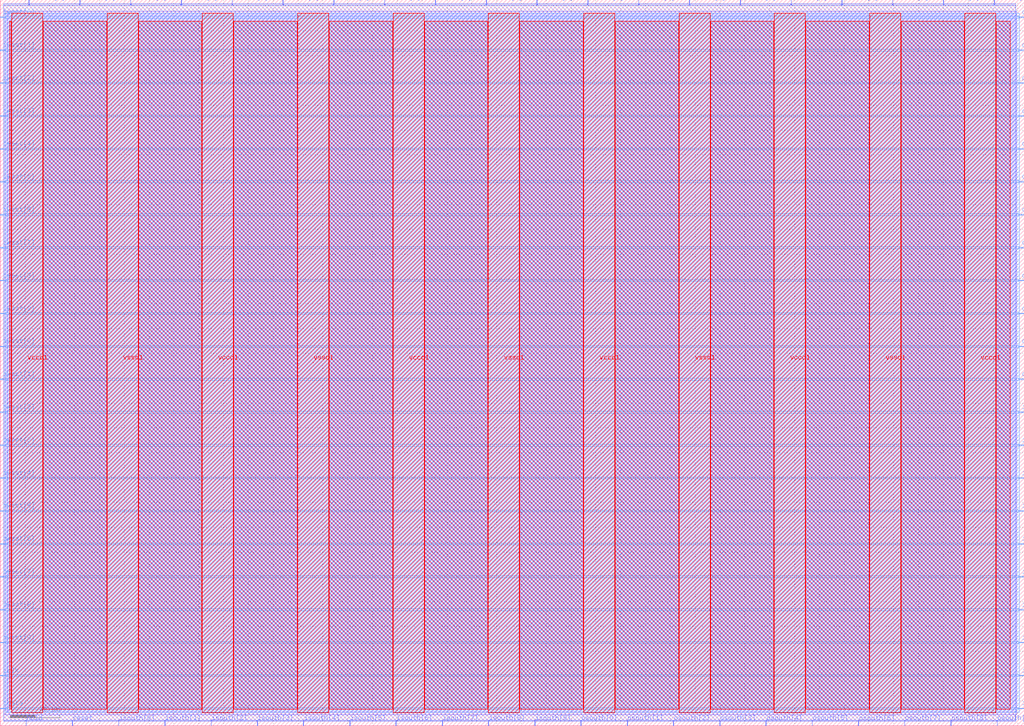
<source format=lef>
VERSION 5.7 ;
  NOWIREEXTENSIONATPIN ON ;
  DIVIDERCHAR "/" ;
  BUSBITCHARS "[]" ;
MACRO chaos_subarray
  CLASS BLOCK ;
  FOREIGN chaos_subarray ;
  ORIGIN 0.000 0.000 ;
  SIZE 825.000 BY 585.000 ;
  PIN hold
    DIRECTION INPUT ;
    USE SIGNAL ;
    PORT
      LAYER met2 ;
        RECT 20.790 0.000 21.070 4.000 ;
    END
  END hold
  PIN iclk
    DIRECTION INPUT ;
    USE SIGNAL ;
    PORT
      LAYER met3 ;
        RECT 0.000 40.160 4.000 40.760 ;
    END
  END iclk
  PIN idata
    DIRECTION INPUT ;
    USE SIGNAL ;
    PORT
      LAYER met3 ;
        RECT 0.000 13.640 4.000 14.240 ;
    END
  END idata
  PIN ieast[0]
    DIRECTION INPUT ;
    USE SIGNAL ;
    PORT
      LAYER met3 ;
        RECT 821.000 13.640 825.000 14.240 ;
    END
  END ieast[0]
  PIN ieast[1]
    DIRECTION INPUT ;
    USE SIGNAL ;
    PORT
      LAYER met3 ;
        RECT 821.000 40.160 825.000 40.760 ;
    END
  END ieast[1]
  PIN ieast[2]
    DIRECTION INPUT ;
    USE SIGNAL ;
    PORT
      LAYER met3 ;
        RECT 821.000 66.680 825.000 67.280 ;
    END
  END ieast[2]
  PIN ieast[3]
    DIRECTION INPUT ;
    USE SIGNAL ;
    PORT
      LAYER met3 ;
        RECT 821.000 93.200 825.000 93.800 ;
    END
  END ieast[3]
  PIN ieast[4]
    DIRECTION INPUT ;
    USE SIGNAL ;
    PORT
      LAYER met3 ;
        RECT 821.000 119.720 825.000 120.320 ;
    END
  END ieast[4]
  PIN ieast[5]
    DIRECTION INPUT ;
    USE SIGNAL ;
    PORT
      LAYER met3 ;
        RECT 821.000 146.240 825.000 146.840 ;
    END
  END ieast[5]
  PIN ieast[6]
    DIRECTION INPUT ;
    USE SIGNAL ;
    PORT
      LAYER met3 ;
        RECT 821.000 172.760 825.000 173.360 ;
    END
  END ieast[6]
  PIN ieast[7]
    DIRECTION INPUT ;
    USE SIGNAL ;
    PORT
      LAYER met3 ;
        RECT 821.000 199.280 825.000 199.880 ;
    END
  END ieast[7]
  PIN ieast[8]
    DIRECTION INPUT ;
    USE SIGNAL ;
    PORT
      LAYER met3 ;
        RECT 821.000 225.800 825.000 226.400 ;
    END
  END ieast[8]
  PIN ieast[9]
    DIRECTION INPUT ;
    USE SIGNAL ;
    PORT
      LAYER met3 ;
        RECT 821.000 252.320 825.000 252.920 ;
    END
  END ieast[9]
  PIN inorth[0]
    DIRECTION INPUT ;
    USE SIGNAL ;
    PORT
      LAYER met2 ;
        RECT 800.950 581.000 801.230 585.000 ;
    END
  END inorth[0]
  PIN inorth[1]
    DIRECTION INPUT ;
    USE SIGNAL ;
    PORT
      LAYER met2 ;
        RECT 760.010 581.000 760.290 585.000 ;
    END
  END inorth[1]
  PIN inorth[2]
    DIRECTION INPUT ;
    USE SIGNAL ;
    PORT
      LAYER met2 ;
        RECT 719.070 581.000 719.350 585.000 ;
    END
  END inorth[2]
  PIN inorth[3]
    DIRECTION INPUT ;
    USE SIGNAL ;
    PORT
      LAYER met2 ;
        RECT 678.130 581.000 678.410 585.000 ;
    END
  END inorth[3]
  PIN inorth[4]
    DIRECTION INPUT ;
    USE SIGNAL ;
    PORT
      LAYER met2 ;
        RECT 637.190 581.000 637.470 585.000 ;
    END
  END inorth[4]
  PIN inorth[5]
    DIRECTION INPUT ;
    USE SIGNAL ;
    PORT
      LAYER met2 ;
        RECT 596.250 581.000 596.530 585.000 ;
    END
  END inorth[5]
  PIN inorth[6]
    DIRECTION INPUT ;
    USE SIGNAL ;
    PORT
      LAYER met2 ;
        RECT 555.310 581.000 555.590 585.000 ;
    END
  END inorth[6]
  PIN inorth[7]
    DIRECTION INPUT ;
    USE SIGNAL ;
    PORT
      LAYER met2 ;
        RECT 514.370 581.000 514.650 585.000 ;
    END
  END inorth[7]
  PIN inorth[8]
    DIRECTION INPUT ;
    USE SIGNAL ;
    PORT
      LAYER met2 ;
        RECT 473.430 581.000 473.710 585.000 ;
    END
  END inorth[8]
  PIN inorth[9]
    DIRECTION INPUT ;
    USE SIGNAL ;
    PORT
      LAYER met2 ;
        RECT 432.490 581.000 432.770 585.000 ;
    END
  END inorth[9]
  PIN isouth[0]
    DIRECTION INPUT ;
    USE SIGNAL ;
    PORT
      LAYER met2 ;
        RECT 95.310 0.000 95.590 4.000 ;
    END
  END isouth[0]
  PIN isouth[1]
    DIRECTION INPUT ;
    USE SIGNAL ;
    PORT
      LAYER met2 ;
        RECT 132.570 0.000 132.850 4.000 ;
    END
  END isouth[1]
  PIN isouth[2]
    DIRECTION INPUT ;
    USE SIGNAL ;
    PORT
      LAYER met2 ;
        RECT 169.830 0.000 170.110 4.000 ;
    END
  END isouth[2]
  PIN isouth[3]
    DIRECTION INPUT ;
    USE SIGNAL ;
    PORT
      LAYER met2 ;
        RECT 207.090 0.000 207.370 4.000 ;
    END
  END isouth[3]
  PIN isouth[4]
    DIRECTION INPUT ;
    USE SIGNAL ;
    PORT
      LAYER met2 ;
        RECT 244.350 0.000 244.630 4.000 ;
    END
  END isouth[4]
  PIN isouth[5]
    DIRECTION INPUT ;
    USE SIGNAL ;
    PORT
      LAYER met2 ;
        RECT 281.610 0.000 281.890 4.000 ;
    END
  END isouth[5]
  PIN isouth[6]
    DIRECTION INPUT ;
    USE SIGNAL ;
    PORT
      LAYER met2 ;
        RECT 318.870 0.000 319.150 4.000 ;
    END
  END isouth[6]
  PIN isouth[7]
    DIRECTION INPUT ;
    USE SIGNAL ;
    PORT
      LAYER met2 ;
        RECT 356.130 0.000 356.410 4.000 ;
    END
  END isouth[7]
  PIN isouth[8]
    DIRECTION INPUT ;
    USE SIGNAL ;
    PORT
      LAYER met2 ;
        RECT 393.390 0.000 393.670 4.000 ;
    END
  END isouth[8]
  PIN isouth[9]
    DIRECTION INPUT ;
    USE SIGNAL ;
    PORT
      LAYER met2 ;
        RECT 430.650 0.000 430.930 4.000 ;
    END
  END isouth[9]
  PIN iwest[0]
    DIRECTION INPUT ;
    USE SIGNAL ;
    PORT
      LAYER met3 ;
        RECT 0.000 570.560 4.000 571.160 ;
    END
  END iwest[0]
  PIN iwest[1]
    DIRECTION INPUT ;
    USE SIGNAL ;
    PORT
      LAYER met3 ;
        RECT 0.000 544.040 4.000 544.640 ;
    END
  END iwest[1]
  PIN iwest[2]
    DIRECTION INPUT ;
    USE SIGNAL ;
    PORT
      LAYER met3 ;
        RECT 0.000 517.520 4.000 518.120 ;
    END
  END iwest[2]
  PIN iwest[3]
    DIRECTION INPUT ;
    USE SIGNAL ;
    PORT
      LAYER met3 ;
        RECT 0.000 491.000 4.000 491.600 ;
    END
  END iwest[3]
  PIN iwest[4]
    DIRECTION INPUT ;
    USE SIGNAL ;
    PORT
      LAYER met3 ;
        RECT 0.000 464.480 4.000 465.080 ;
    END
  END iwest[4]
  PIN iwest[5]
    DIRECTION INPUT ;
    USE SIGNAL ;
    PORT
      LAYER met3 ;
        RECT 0.000 437.960 4.000 438.560 ;
    END
  END iwest[5]
  PIN iwest[6]
    DIRECTION INPUT ;
    USE SIGNAL ;
    PORT
      LAYER met3 ;
        RECT 0.000 411.440 4.000 412.040 ;
    END
  END iwest[6]
  PIN iwest[7]
    DIRECTION INPUT ;
    USE SIGNAL ;
    PORT
      LAYER met3 ;
        RECT 0.000 384.920 4.000 385.520 ;
    END
  END iwest[7]
  PIN iwest[8]
    DIRECTION INPUT ;
    USE SIGNAL ;
    PORT
      LAYER met3 ;
        RECT 0.000 358.400 4.000 359.000 ;
    END
  END iwest[8]
  PIN iwest[9]
    DIRECTION INPUT ;
    USE SIGNAL ;
    PORT
      LAYER met3 ;
        RECT 0.000 331.880 4.000 332.480 ;
    END
  END iwest[9]
  PIN oclk
    DIRECTION OUTPUT TRISTATE ;
    USE SIGNAL ;
    PORT
      LAYER met3 ;
        RECT 821.000 544.040 825.000 544.640 ;
    END
  END oclk
  PIN odata
    DIRECTION OUTPUT TRISTATE ;
    USE SIGNAL ;
    PORT
      LAYER met3 ;
        RECT 821.000 570.560 825.000 571.160 ;
    END
  END odata
  PIN oeast[0]
    DIRECTION OUTPUT TRISTATE ;
    USE SIGNAL ;
    PORT
      LAYER met3 ;
        RECT 821.000 278.840 825.000 279.440 ;
    END
  END oeast[0]
  PIN oeast[1]
    DIRECTION OUTPUT TRISTATE ;
    USE SIGNAL ;
    PORT
      LAYER met3 ;
        RECT 821.000 305.360 825.000 305.960 ;
    END
  END oeast[1]
  PIN oeast[2]
    DIRECTION OUTPUT TRISTATE ;
    USE SIGNAL ;
    PORT
      LAYER met3 ;
        RECT 821.000 331.880 825.000 332.480 ;
    END
  END oeast[2]
  PIN oeast[3]
    DIRECTION OUTPUT TRISTATE ;
    USE SIGNAL ;
    PORT
      LAYER met3 ;
        RECT 821.000 358.400 825.000 359.000 ;
    END
  END oeast[3]
  PIN oeast[4]
    DIRECTION OUTPUT TRISTATE ;
    USE SIGNAL ;
    PORT
      LAYER met3 ;
        RECT 821.000 384.920 825.000 385.520 ;
    END
  END oeast[4]
  PIN oeast[5]
    DIRECTION OUTPUT TRISTATE ;
    USE SIGNAL ;
    PORT
      LAYER met3 ;
        RECT 821.000 411.440 825.000 412.040 ;
    END
  END oeast[5]
  PIN oeast[6]
    DIRECTION OUTPUT TRISTATE ;
    USE SIGNAL ;
    PORT
      LAYER met3 ;
        RECT 821.000 437.960 825.000 438.560 ;
    END
  END oeast[6]
  PIN oeast[7]
    DIRECTION OUTPUT TRISTATE ;
    USE SIGNAL ;
    PORT
      LAYER met3 ;
        RECT 821.000 464.480 825.000 465.080 ;
    END
  END oeast[7]
  PIN oeast[8]
    DIRECTION OUTPUT TRISTATE ;
    USE SIGNAL ;
    PORT
      LAYER met3 ;
        RECT 821.000 491.000 825.000 491.600 ;
    END
  END oeast[8]
  PIN oeast[9]
    DIRECTION OUTPUT TRISTATE ;
    USE SIGNAL ;
    PORT
      LAYER met3 ;
        RECT 821.000 517.520 825.000 518.120 ;
    END
  END oeast[9]
  PIN onorth[0]
    DIRECTION OUTPUT TRISTATE ;
    USE SIGNAL ;
    PORT
      LAYER met2 ;
        RECT 391.550 581.000 391.830 585.000 ;
    END
  END onorth[0]
  PIN onorth[1]
    DIRECTION OUTPUT TRISTATE ;
    USE SIGNAL ;
    PORT
      LAYER met2 ;
        RECT 350.610 581.000 350.890 585.000 ;
    END
  END onorth[1]
  PIN onorth[2]
    DIRECTION OUTPUT TRISTATE ;
    USE SIGNAL ;
    PORT
      LAYER met2 ;
        RECT 309.670 581.000 309.950 585.000 ;
    END
  END onorth[2]
  PIN onorth[3]
    DIRECTION OUTPUT TRISTATE ;
    USE SIGNAL ;
    PORT
      LAYER met2 ;
        RECT 268.730 581.000 269.010 585.000 ;
    END
  END onorth[3]
  PIN onorth[4]
    DIRECTION OUTPUT TRISTATE ;
    USE SIGNAL ;
    PORT
      LAYER met2 ;
        RECT 227.790 581.000 228.070 585.000 ;
    END
  END onorth[4]
  PIN onorth[5]
    DIRECTION OUTPUT TRISTATE ;
    USE SIGNAL ;
    PORT
      LAYER met2 ;
        RECT 186.850 581.000 187.130 585.000 ;
    END
  END onorth[5]
  PIN onorth[6]
    DIRECTION OUTPUT TRISTATE ;
    USE SIGNAL ;
    PORT
      LAYER met2 ;
        RECT 145.910 581.000 146.190 585.000 ;
    END
  END onorth[6]
  PIN onorth[7]
    DIRECTION OUTPUT TRISTATE ;
    USE SIGNAL ;
    PORT
      LAYER met2 ;
        RECT 104.970 581.000 105.250 585.000 ;
    END
  END onorth[7]
  PIN onorth[8]
    DIRECTION OUTPUT TRISTATE ;
    USE SIGNAL ;
    PORT
      LAYER met2 ;
        RECT 64.030 581.000 64.310 585.000 ;
    END
  END onorth[8]
  PIN onorth[9]
    DIRECTION OUTPUT TRISTATE ;
    USE SIGNAL ;
    PORT
      LAYER met2 ;
        RECT 23.090 581.000 23.370 585.000 ;
    END
  END onorth[9]
  PIN osouth[0]
    DIRECTION OUTPUT TRISTATE ;
    USE SIGNAL ;
    PORT
      LAYER met2 ;
        RECT 467.910 0.000 468.190 4.000 ;
    END
  END osouth[0]
  PIN osouth[1]
    DIRECTION OUTPUT TRISTATE ;
    USE SIGNAL ;
    PORT
      LAYER met2 ;
        RECT 505.170 0.000 505.450 4.000 ;
    END
  END osouth[1]
  PIN osouth[2]
    DIRECTION OUTPUT TRISTATE ;
    USE SIGNAL ;
    PORT
      LAYER met2 ;
        RECT 542.430 0.000 542.710 4.000 ;
    END
  END osouth[2]
  PIN osouth[3]
    DIRECTION OUTPUT TRISTATE ;
    USE SIGNAL ;
    PORT
      LAYER met2 ;
        RECT 579.690 0.000 579.970 4.000 ;
    END
  END osouth[3]
  PIN osouth[4]
    DIRECTION OUTPUT TRISTATE ;
    USE SIGNAL ;
    PORT
      LAYER met2 ;
        RECT 616.950 0.000 617.230 4.000 ;
    END
  END osouth[4]
  PIN osouth[5]
    DIRECTION OUTPUT TRISTATE ;
    USE SIGNAL ;
    PORT
      LAYER met2 ;
        RECT 654.210 0.000 654.490 4.000 ;
    END
  END osouth[5]
  PIN osouth[6]
    DIRECTION OUTPUT TRISTATE ;
    USE SIGNAL ;
    PORT
      LAYER met2 ;
        RECT 691.470 0.000 691.750 4.000 ;
    END
  END osouth[6]
  PIN osouth[7]
    DIRECTION OUTPUT TRISTATE ;
    USE SIGNAL ;
    PORT
      LAYER met2 ;
        RECT 728.730 0.000 729.010 4.000 ;
    END
  END osouth[7]
  PIN osouth[8]
    DIRECTION OUTPUT TRISTATE ;
    USE SIGNAL ;
    PORT
      LAYER met2 ;
        RECT 765.990 0.000 766.270 4.000 ;
    END
  END osouth[8]
  PIN osouth[9]
    DIRECTION OUTPUT TRISTATE ;
    USE SIGNAL ;
    PORT
      LAYER met2 ;
        RECT 803.250 0.000 803.530 4.000 ;
    END
  END osouth[9]
  PIN owest[0]
    DIRECTION OUTPUT TRISTATE ;
    USE SIGNAL ;
    PORT
      LAYER met3 ;
        RECT 0.000 305.360 4.000 305.960 ;
    END
  END owest[0]
  PIN owest[1]
    DIRECTION OUTPUT TRISTATE ;
    USE SIGNAL ;
    PORT
      LAYER met3 ;
        RECT 0.000 278.840 4.000 279.440 ;
    END
  END owest[1]
  PIN owest[2]
    DIRECTION OUTPUT TRISTATE ;
    USE SIGNAL ;
    PORT
      LAYER met3 ;
        RECT 0.000 252.320 4.000 252.920 ;
    END
  END owest[2]
  PIN owest[3]
    DIRECTION OUTPUT TRISTATE ;
    USE SIGNAL ;
    PORT
      LAYER met3 ;
        RECT 0.000 225.800 4.000 226.400 ;
    END
  END owest[3]
  PIN owest[4]
    DIRECTION OUTPUT TRISTATE ;
    USE SIGNAL ;
    PORT
      LAYER met3 ;
        RECT 0.000 199.280 4.000 199.880 ;
    END
  END owest[4]
  PIN owest[5]
    DIRECTION OUTPUT TRISTATE ;
    USE SIGNAL ;
    PORT
      LAYER met3 ;
        RECT 0.000 172.760 4.000 173.360 ;
    END
  END owest[5]
  PIN owest[6]
    DIRECTION OUTPUT TRISTATE ;
    USE SIGNAL ;
    PORT
      LAYER met3 ;
        RECT 0.000 146.240 4.000 146.840 ;
    END
  END owest[6]
  PIN owest[7]
    DIRECTION OUTPUT TRISTATE ;
    USE SIGNAL ;
    PORT
      LAYER met3 ;
        RECT 0.000 119.720 4.000 120.320 ;
    END
  END owest[7]
  PIN owest[8]
    DIRECTION OUTPUT TRISTATE ;
    USE SIGNAL ;
    PORT
      LAYER met3 ;
        RECT 0.000 93.200 4.000 93.800 ;
    END
  END owest[8]
  PIN owest[9]
    DIRECTION OUTPUT TRISTATE ;
    USE SIGNAL ;
    PORT
      LAYER met3 ;
        RECT 0.000 66.680 4.000 67.280 ;
    END
  END owest[9]
  PIN reset
    DIRECTION INPUT ;
    USE SIGNAL ;
    PORT
      LAYER met2 ;
        RECT 58.050 0.000 58.330 4.000 ;
    END
  END reset
  PIN vccd1
    DIRECTION INOUT ;
    USE POWER ;
    PORT
      LAYER met4 ;
        RECT 9.340 10.640 34.340 574.160 ;
    END
    PORT
      LAYER met4 ;
        RECT 162.940 10.640 187.940 574.160 ;
    END
    PORT
      LAYER met4 ;
        RECT 316.540 10.640 341.540 574.160 ;
    END
    PORT
      LAYER met4 ;
        RECT 470.140 10.640 495.140 574.160 ;
    END
    PORT
      LAYER met4 ;
        RECT 623.740 10.640 648.740 574.160 ;
    END
    PORT
      LAYER met4 ;
        RECT 777.340 10.640 802.340 574.160 ;
    END
  END vccd1
  PIN vssd1
    DIRECTION INOUT ;
    USE GROUND ;
    PORT
      LAYER met4 ;
        RECT 86.140 10.640 111.140 574.160 ;
    END
    PORT
      LAYER met4 ;
        RECT 239.740 10.640 264.740 574.160 ;
    END
    PORT
      LAYER met4 ;
        RECT 393.340 10.640 418.340 574.160 ;
    END
    PORT
      LAYER met4 ;
        RECT 546.940 10.640 571.940 574.160 ;
    END
    PORT
      LAYER met4 ;
        RECT 700.540 10.640 725.540 574.160 ;
    END
  END vssd1
  OBS
      LAYER li1 ;
        RECT 5.520 10.795 819.260 574.005 ;
      LAYER met1 ;
        RECT 2.830 8.880 819.260 575.920 ;
      LAYER met2 ;
        RECT 2.860 580.720 22.810 581.810 ;
        RECT 23.650 580.720 63.750 581.810 ;
        RECT 64.590 580.720 104.690 581.810 ;
        RECT 105.530 580.720 145.630 581.810 ;
        RECT 146.470 580.720 186.570 581.810 ;
        RECT 187.410 580.720 227.510 581.810 ;
        RECT 228.350 580.720 268.450 581.810 ;
        RECT 269.290 580.720 309.390 581.810 ;
        RECT 310.230 580.720 350.330 581.810 ;
        RECT 351.170 580.720 391.270 581.810 ;
        RECT 392.110 580.720 432.210 581.810 ;
        RECT 433.050 580.720 473.150 581.810 ;
        RECT 473.990 580.720 514.090 581.810 ;
        RECT 514.930 580.720 555.030 581.810 ;
        RECT 555.870 580.720 595.970 581.810 ;
        RECT 596.810 580.720 636.910 581.810 ;
        RECT 637.750 580.720 677.850 581.810 ;
        RECT 678.690 580.720 718.790 581.810 ;
        RECT 719.630 580.720 759.730 581.810 ;
        RECT 760.570 580.720 800.670 581.810 ;
        RECT 801.510 580.720 818.240 581.810 ;
        RECT 2.860 4.280 818.240 580.720 ;
        RECT 2.860 3.670 20.510 4.280 ;
        RECT 21.350 3.670 57.770 4.280 ;
        RECT 58.610 3.670 95.030 4.280 ;
        RECT 95.870 3.670 132.290 4.280 ;
        RECT 133.130 3.670 169.550 4.280 ;
        RECT 170.390 3.670 206.810 4.280 ;
        RECT 207.650 3.670 244.070 4.280 ;
        RECT 244.910 3.670 281.330 4.280 ;
        RECT 282.170 3.670 318.590 4.280 ;
        RECT 319.430 3.670 355.850 4.280 ;
        RECT 356.690 3.670 393.110 4.280 ;
        RECT 393.950 3.670 430.370 4.280 ;
        RECT 431.210 3.670 467.630 4.280 ;
        RECT 468.470 3.670 504.890 4.280 ;
        RECT 505.730 3.670 542.150 4.280 ;
        RECT 542.990 3.670 579.410 4.280 ;
        RECT 580.250 3.670 616.670 4.280 ;
        RECT 617.510 3.670 653.930 4.280 ;
        RECT 654.770 3.670 691.190 4.280 ;
        RECT 692.030 3.670 728.450 4.280 ;
        RECT 729.290 3.670 765.710 4.280 ;
        RECT 766.550 3.670 802.970 4.280 ;
        RECT 803.810 3.670 818.240 4.280 ;
      LAYER met3 ;
        RECT 4.000 571.560 821.000 574.085 ;
        RECT 4.400 570.160 820.600 571.560 ;
        RECT 4.000 545.040 821.000 570.160 ;
        RECT 4.400 543.640 820.600 545.040 ;
        RECT 4.000 518.520 821.000 543.640 ;
        RECT 4.400 517.120 820.600 518.520 ;
        RECT 4.000 492.000 821.000 517.120 ;
        RECT 4.400 490.600 820.600 492.000 ;
        RECT 4.000 465.480 821.000 490.600 ;
        RECT 4.400 464.080 820.600 465.480 ;
        RECT 4.000 438.960 821.000 464.080 ;
        RECT 4.400 437.560 820.600 438.960 ;
        RECT 4.000 412.440 821.000 437.560 ;
        RECT 4.400 411.040 820.600 412.440 ;
        RECT 4.000 385.920 821.000 411.040 ;
        RECT 4.400 384.520 820.600 385.920 ;
        RECT 4.000 359.400 821.000 384.520 ;
        RECT 4.400 358.000 820.600 359.400 ;
        RECT 4.000 332.880 821.000 358.000 ;
        RECT 4.400 331.480 820.600 332.880 ;
        RECT 4.000 306.360 821.000 331.480 ;
        RECT 4.400 304.960 820.600 306.360 ;
        RECT 4.000 279.840 821.000 304.960 ;
        RECT 4.400 278.440 820.600 279.840 ;
        RECT 4.000 253.320 821.000 278.440 ;
        RECT 4.400 251.920 820.600 253.320 ;
        RECT 4.000 226.800 821.000 251.920 ;
        RECT 4.400 225.400 820.600 226.800 ;
        RECT 4.000 200.280 821.000 225.400 ;
        RECT 4.400 198.880 820.600 200.280 ;
        RECT 4.000 173.760 821.000 198.880 ;
        RECT 4.400 172.360 820.600 173.760 ;
        RECT 4.000 147.240 821.000 172.360 ;
        RECT 4.400 145.840 820.600 147.240 ;
        RECT 4.000 120.720 821.000 145.840 ;
        RECT 4.400 119.320 820.600 120.720 ;
        RECT 4.000 94.200 821.000 119.320 ;
        RECT 4.400 92.800 820.600 94.200 ;
        RECT 4.000 67.680 821.000 92.800 ;
        RECT 4.400 66.280 820.600 67.680 ;
        RECT 4.000 41.160 821.000 66.280 ;
        RECT 4.400 39.760 820.600 41.160 ;
        RECT 4.000 14.640 821.000 39.760 ;
        RECT 4.400 13.240 820.600 14.640 ;
        RECT 4.000 10.715 821.000 13.240 ;
      LAYER met4 ;
        RECT 7.655 13.095 8.940 567.625 ;
        RECT 34.740 13.095 85.740 567.625 ;
        RECT 111.540 13.095 162.540 567.625 ;
        RECT 188.340 13.095 239.340 567.625 ;
        RECT 265.140 13.095 316.140 567.625 ;
        RECT 341.940 13.095 392.940 567.625 ;
        RECT 418.740 13.095 469.740 567.625 ;
        RECT 495.540 13.095 546.540 567.625 ;
        RECT 572.340 13.095 623.340 567.625 ;
        RECT 649.140 13.095 700.140 567.625 ;
        RECT 725.940 13.095 776.940 567.625 ;
        RECT 802.740 13.095 813.905 567.625 ;
  END
END chaos_subarray
END LIBRARY


</source>
